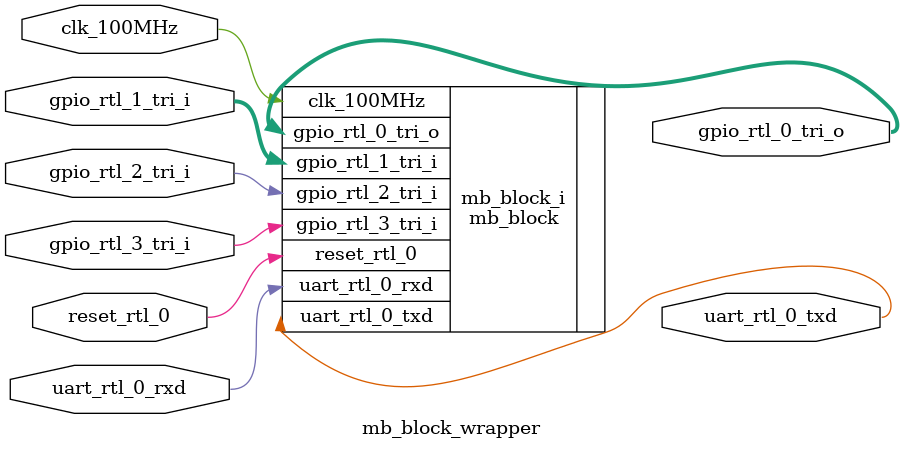
<source format=v>
`timescale 1 ps / 1 ps

module mb_block_wrapper
   (clk_100MHz,
    gpio_rtl_0_tri_o,
    gpio_rtl_1_tri_i,
    gpio_rtl_2_tri_i,
    gpio_rtl_3_tri_i,
    reset_rtl_0,
    uart_rtl_0_rxd,
    uart_rtl_0_txd);
  input clk_100MHz;
  output [15:0]gpio_rtl_0_tri_o;
  input [15:0]gpio_rtl_1_tri_i;
  input [0:0]gpio_rtl_2_tri_i;
  input [0:0]gpio_rtl_3_tri_i;
  input reset_rtl_0;
  input uart_rtl_0_rxd;
  output uart_rtl_0_txd;

  wire clk_100MHz;
  wire [15:0]gpio_rtl_0_tri_o;
  wire [15:0]gpio_rtl_1_tri_i;
  wire [0:0]gpio_rtl_2_tri_i;
  wire [0:0]gpio_rtl_3_tri_i;
  wire reset_rtl_0;
  wire uart_rtl_0_rxd;
  wire uart_rtl_0_txd;

  mb_block mb_block_i
       (.clk_100MHz(clk_100MHz),
        .gpio_rtl_0_tri_o(gpio_rtl_0_tri_o),
        .gpio_rtl_1_tri_i(gpio_rtl_1_tri_i),
        .gpio_rtl_2_tri_i(gpio_rtl_2_tri_i),
        .gpio_rtl_3_tri_i(gpio_rtl_3_tri_i),
        .reset_rtl_0(reset_rtl_0),
        .uart_rtl_0_rxd(uart_rtl_0_rxd),
        .uart_rtl_0_txd(uart_rtl_0_txd));
endmodule

</source>
